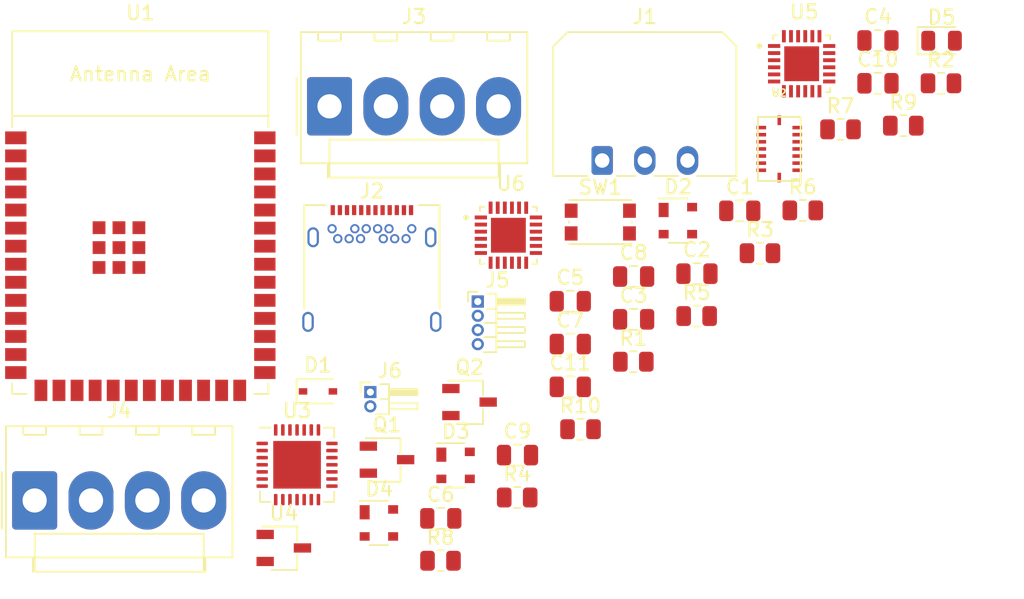
<source format=kicad_pcb>
(kicad_pcb (version 20211014) (generator pcbnew)
  (layers (0 "F.Cu" signal) (31 "B.Cu" signal) (34 "B.Paste" user) (35 "F.Paste" user) (36 "B.SilkS" user "B.Silkscreen") (37 "F.SilkS" user "F.Silkscreen") (38 "B.Mask" user) (39 "F.Mask" user) (44 "Edge.Cuts" user))
  (net 0 "")
  (net 1 "+12V")
  (net 2 "GND")
  (net 3 "/EN")
  (net 4 "+3V3")
  (net 5 "Net-(C6-Pad1)")
  (net 6 "Net-(C11-Pad1)")
  (net 7 "Net-(D1-Pad2)")
  (net 8 "/VBUS")
  (net 9 "Net-(D3-Pad2)")
  (net 10 "Net-(D4-Pad2)")
  (net 11 "Net-(D5-Pad2)")
  (net 17 "Net-(J2-PadS1)")
  (net 18 "/Motor1Out1")
  (net 19 "/Motor1Out2")
  (net 20 "/Motor1Out3")
  (net 21 "/Motor1Out4")
  (net 22 "/Motor2Out1")
  (net 23 "/Motor2Out2")
  (net 24 "/Motor2Out3")
  (net 25 "/Motor2Out4")
  (net 27 "/ESPTX")
  (net 28 "/ESPRX")
  (net 29 "Net-(Q1-Pad1)")
  (net 30 "/ESPIO0")
  (net 31 "/!DTR")
  (net 32 "Net-(Q2-Pad1)")
  (net 33 "/!RTS")
  (net 34 "Net-(R2-Pad2)")
  (net 35 "Net-(R7-Pad1)")
  (net 36 "Net-(R8-Pad1)")
  (net 37 "Net-(R9-Pad1)")
  (net 38 "Net-(R10-Pad1)")
  (net 39 "/ESPIO4")
  (net 43 "/Motor1M1")
  (net 44 "/Motor1M0")
  (net 45 "/Motor1Dir")
  (net 46 "/Motor1Step")
  (net 48 "/Motor2M1")
  (net 49 "/Motor2M0")
  (net 54 "/SPI_MISO")
  (net 55 "/SPI_MOSI")
  (net 56 "/SPI_CLK")
  (net 57 "/Motor2Dir")
  (net 58 "/Motor2Step")
  (net 59 "/ESPIO34")
  (net 61 "/ESPIO35")
  (net 71 "/ESPIO2")
  (footprint "Connector_Molex:Molex_KK-396_A-41791-0004_1x04_P3.96mm_Vertical" (layer "F.Cu") (at 126.11 84.09)
    (fp_text reference "J3" (at 5.94 -6.31) (layer "F.SilkS"))
    (fp_text value "0022232041")
    (pad "1" thru_hole roundrect (at 0 0) (size 3.16 4.1) (drill 1.7) (layers *.Cu *.Mask) (roundrect_rratio 0.079114) (net 18 "/Motor1Out1"))
    (pad "2" thru_hole oval (at 3.96 0) (size 3.16 4.1) (drill 1.7) (layers *.Cu *.Mask) (net 19 "/Motor1Out2"))
    (pad "3" thru_hole oval (at 7.92 0) (size 3.16 4.1) (drill 1.7) (layers *.Cu *.Mask) (net 20 "/Motor1Out3"))
    (pad "4" thru_hole oval (at 11.88 0) (size 3.16 4.1) (drill 1.7) (layers *.Cu *.Mask) (net 21 "/Motor1Out4"))
  )
  (footprint "Package_TO_SOT_SMD:TSOT-23" (layer "F.Cu") (at 130.15 108.94)
    (fp_text reference "Q1" (at 0 -2.45) (layer "F.SilkS"))
    (fp_text value "Q_NPN_BCE")
    (pad "1" smd rect (at -1.31 -0.95) (size 1.22 0.65) (layers "F.Cu" "F.Paste" "F.Mask") (net 29 "Net-(Q1-Pad1)"))
    (pad "2" smd rect (at -1.31 0.95) (size 1.22 0.65) (layers "F.Cu" "F.Paste" "F.Mask") (net 30 "/ESPIO0"))
    (pad "3" smd rect (at 1.31 0) (size 1.22 0.65) (layers "F.Cu" "F.Paste" "F.Mask") (net 31 "/!DTR"))
  )
  (footprint "Resistor_SMD:R_0805_2012Metric" (layer "F.Cu") (at 143.75 106.8)
    (fp_text reference "R10" (at 0 -1.65) (layer "F.SilkS"))
    (fp_text value "500m")
    (pad "1" smd roundrect (at -0.9125 0) (size 1.025 1.4) (layers "F.Cu" "F.Paste" "F.Mask") (roundrect_rratio 0.243902) (net 38 "Net-(R10-Pad1)"))
    (pad "2" smd roundrect (at 0.9125 0) (size 1.025 1.4) (layers "F.Cu" "F.Paste" "F.Mask") (roundrect_rratio 0.243902) (net 2 "GND"))
  )
  (footprint "Package_TO_SOT_SMD:SOT-143" (layer "F.Cu") (at 134.97 109.34)
    (fp_text reference "D3" (at 0.02 -2.38) (layer "F.SilkS"))
    (fp_text value "DIODE")
    (pad "1" smd rect (at -1 -0.75) (size 0.7 1) (layers "F.Cu" "F.Paste" "F.Mask") (net 2 "GND"))
    (pad "2" smd rect (at -1 0.95) (size 0.7 0.6) (layers "F.Cu" "F.Paste" "F.Mask") (net 9 "Net-(D3-Pad2)"))
    (pad "3" smd rect (at 1 0.95) (size 0.7 0.6) (layers "F.Cu" "F.Paste" "F.Mask"))
    (pad "4" smd rect (at 1 -0.95) (size 0.7 0.6) (layers "F.Cu" "F.Paste" "F.Mask"))
  )
  (footprint "Resistor_SMD:R_0805_2012Metric" (layer "F.Cu") (at 162.02 85.71)
    (fp_text reference "R7" (at 0 -1.65) (layer "F.SilkS"))
    (fp_text value "500m")
    (pad "1" smd roundrect (at -0.9125 0) (size 1.025 1.4) (layers "F.Cu" "F.Paste" "F.Mask") (roundrect_rratio 0.243902) (net 35 "Net-(R7-Pad1)"))
    (pad "2" smd roundrect (at 0.9125 0) (size 1.025 1.4) (layers "F.Cu" "F.Paste" "F.Mask") (roundrect_rratio 0.243902) (net 2 "GND"))
  )
  (footprint "LED_SMD:LED_0805_2012Metric" (layer "F.Cu") (at 169.12 79.475)
    (fp_text reference "D5" (at 0 -1.65) (layer "F.SilkS"))
    (fp_text value "LED")
    (pad "1" smd roundrect (at -0.9375 0) (size 0.975 1.4) (layers "F.Cu" "F.Paste" "F.Mask") (net 2 "GND"))
    (pad "2" smd roundrect (at 0.9375 0) (size 0.975 1.4) (layers "F.Cu" "F.Paste" "F.Mask") (net 11 "Net-(D5-Pad2)"))
  )
  (footprint "Capacitor_SMD:C_0805_2012Metric" (layer "F.Cu") (at 133.93 113.07)
    (fp_text reference "C6" (at 0 -1.68) (layer "F.SilkS"))
    (fp_text value "22uF")
    (pad "1" smd roundrect (at -0.95 0) (size 1 1.45) (layers "F.Cu" "F.Paste" "F.Mask") (net 5 "Net-(C6-Pad1)"))
    (pad "2" smd roundrect (at 0.95 0) (size 1 1.45) (layers "F.Cu" "F.Paste" "F.Mask") (net 2 "GND"))
  )
  (footprint "Capacitor_SMD:C_0805_2012Metric" (layer "F.Cu") (at 164.65 82.47)
    (fp_text reference "C10" (at 0 -1.68) (layer "F.SilkS"))
    (fp_text value "100nF")
    (pad "1" smd roundrect (at -0.95 0) (size 1 1.45) (layers "F.Cu" "F.Paste" "F.Mask") (net 4 "+3V3"))
    (pad "2" smd roundrect (at 0.95 0) (size 1 1.45) (layers "F.Cu" "F.Paste" "F.Mask") (net 2 "GND"))
  )
  (footprint "Button_Switch_SMD:SW_Push_1P1T_NO_CK_KMR2" (layer "F.Cu") (at 145.14 92.23)
    (fp_text reference "SW1" (at 0 -2.45) (layer "F.SilkS"))
    (fp_text value "SW_Push")
    (pad "1" smd rect (at -2.05 -0.8) (size 0.9 1) (layers "F.Cu" "F.Paste" "F.Mask") (net 3 "/EN"))
    (pad "1" smd rect (at 2.05 -0.8) (size 0.9 1) (layers "F.Cu" "F.Paste" "F.Mask") (net 3 "/EN"))
    (pad "2" smd rect (at 2.05 0.8) (size 0.9 1) (layers "F.Cu" "F.Paste" "F.Mask") (net 2 "GND"))
    (pad "2" smd rect (at -2.05 0.8) (size 0.9 1) (layers "F.Cu" "F.Paste" "F.Mask") (net 2 "GND"))
  )
  (footprint "Connector_Molex:Molex_KK-396_A-41791-0004_1x04_P3.96mm_Vertical" (layer "F.Cu") (at 105.39 111.81)
    (fp_text reference "J4" (at 5.94 -6.31) (layer "F.SilkS"))
    (fp_text value "0022232041")
    (pad "1" thru_hole roundrect (at 0 0) (size 3.16 4.1) (drill 1.7) (layers *.Cu *.Mask) (roundrect_rratio 0.079114) (net 22 "/Motor2Out1"))
    (pad "2" thru_hole oval (at 3.96 0) (size 3.16 4.1) (drill 1.7) (layers *.Cu *.Mask) (net 23 "/Motor2Out2"))
    (pad "3" thru_hole oval (at 7.92 0) (size 3.16 4.1) (drill 1.7) (layers *.Cu *.Mask) (net 24 "/Motor2Out3"))
    (pad "4" thru_hole oval (at 11.88 0) (size 3.16 4.1) (drill 1.7) (layers *.Cu *.Mask) (net 25 "/Motor2Out4"))
  )
  (footprint "Capacitor_SMD:C_0805_2012Metric" (layer "F.Cu") (at 143.03 103.82)
    (fp_text reference "C11" (at 0 -1.68) (layer "F.SilkS"))
    (fp_text value "22uF")
    (pad "1" smd roundrect (at -0.95 0) (size 1 1.45) (layers "F.Cu" "F.Paste" "F.Mask") (net 6 "Net-(C11-Pad1)"))
    (pad "2" smd roundrect (at 0.95 0) (size 1 1.45) (layers "F.Cu" "F.Paste" "F.Mask") (net 2 "GND"))
  )
  (footprint "Connector_PinHeader_1.00mm:PinHeader_1x04_P1.00mm_Horizontal" (layer "F.Cu") (at 136.53 97.82)
    (fp_text reference "J5" (at 1.375 -1.5) (layer "F.SilkS"))
    (fp_text value "0022232041")
    (pad "1" thru_hole rect (at 0 0) (size 0.85 0.85) (drill 0.5) (layers *.Cu *.Mask) (net 2 "GND"))
    (pad "2" thru_hole oval (at 0 1) (size 0.85 0.85) (drill 0.5) (layers *.Cu *.Mask) (net 1 "+12V"))
    (pad "3" thru_hole oval (at 0 2) (size 0.85 0.85) (drill 0.5) (layers *.Cu *.Mask) (net 4 "+3V3"))
    (pad "4" thru_hole oval (at 0 3) (size 0.85 0.85) (drill 0.5) (layers *.Cu *.Mask))
  )
  (footprint "Package_TO_SOT_SMD:TSOT-23" (layer "F.Cu") (at 135.95 104.89)
    (fp_text reference "Q2" (at 0 -2.45) (layer "F.SilkS"))
    (fp_text value "Q_NPN_BCE")
    (pad "1" smd rect (at -1.31 -0.95) (size 1.22 0.65) (layers "F.Cu" "F.Paste" "F.Mask") (net 32 "Net-(Q2-Pad1)"))
    (pad "2" smd rect (at -1.31 0.95) (size 1.22 0.65) (layers "F.Cu" "F.Paste" "F.Mask") (net 3 "/EN"))
    (pad "3" smd rect (at 1.31 0) (size 1.22 0.65) (layers "F.Cu" "F.Paste" "F.Mask") (net 33 "/!RTS"))
  )
  (footprint "Capacitor_SMD:C_0805_2012Metric" (layer "F.Cu") (at 143.03 97.8)
    (fp_text reference "C5" (at 0 -1.68) (layer "F.SilkS"))
    (fp_text value "0.1uF")
    (pad "1" smd roundrect (at -0.95 0) (size 1 1.45) (layers "F.Cu" "F.Paste" "F.Mask") (net 1 "+12V"))
    (pad "2" smd roundrect (at 0.95 0) (size 1 1.45) (layers "F.Cu" "F.Paste" "F.Mask") (net 2 "GND"))
  )
  (footprint "Package_TO_SOT_SMD:SOT-143" (layer "F.Cu") (at 150.59 92.13)
    (fp_text reference "D2" (at 0.02 -2.38) (layer "F.SilkS"))
    (fp_text value "DIODE")
    (pad "1" smd rect (at -1 -0.75) (size 0.7 1) (layers "F.Cu" "F.Paste" "F.Mask") (net 2 "GND"))
    (pad "2" smd rect (at -1 0.95) (size 0.7 0.6) (layers "F.Cu" "F.Paste" "F.Mask") (net 8 "/VBUS"))
    (pad "3" smd rect (at 1 0.95) (size 0.7 0.6) (layers "F.Cu" "F.Paste" "F.Mask"))
    (pad "4" smd rect (at 1 -0.95) (size 0.7 0.6) (layers "F.Cu" "F.Paste" "F.Mask"))
  )
  (footprint "Capacitor_SMD:C_0805_2012Metric" (layer "F.Cu") (at 147.48 96.06)
    (fp_text reference "C8" (at 0 -1.68) (layer "F.SilkS"))
    (fp_text value "0.1uF")
    (pad "1" smd roundrect (at -0.95 0) (size 1 1.45) (layers "F.Cu" "F.Paste" "F.Mask") (net 1 "+12V"))
    (pad "2" smd roundrect (at 0.95 0) (size 1 1.45) (layers "F.Cu" "F.Paste" "F.Mask") (net 2 "GND"))
  )
  (footprint "Connector_Molex:Molex_Micro-Fit_3.0_43650-0300_1x03_P3.00mm_Horizontal" (layer "F.Cu") (at 145.27 87.9)
    (fp_text reference "J1" (at 3 -10.12) (layer "F.SilkS"))
    (fp_text value "Conn_01x03")
    (pad "" np_thru_hole circle (at 3 -4.32) (size 3 3) (drill 3) (layers *.Cu *.Mask))
    (pad "1" thru_hole roundrect (at 0 0) (size 1.5 2.02) (drill 1.02) (layers *.Cu *.Mask) (roundrect_rratio 0.166667) (net 2 "GND"))
    (pad "2" thru_hole oval (at 3 0) (size 1.5 2.02) (drill 1.02) (layers *.Cu *.Mask))
    (pad "3" thru_hole oval (at 6 0) (size 1.5 2.02) (drill 1.02) (layers *.Cu *.Mask) (net 7 "Net-(D1-Pad2)"))
  )
  (footprint "Resistor_SMD:R_0805_2012Metric" (layer "F.Cu") (at 166.43 85.45)
    (fp_text reference "R9" (at 0 -1.65) (layer "F.SilkS"))
    (fp_text value "500m")
    (pad "1" smd roundrect (at -0.9125 0) (size 1.025 1.4) (layers "F.Cu" "F.Paste" "F.Mask") (roundrect_rratio 0.243902) (net 37 "Net-(R9-Pad1)"))
    (pad "2" smd roundrect (at 0.9125 0) (size 1.025 1.4) (layers "F.Cu" "F.Paste" "F.Mask") (roundrect_rratio 0.243902) (net 2 "GND"))
  )
  (footprint "Package_DFN_QFN:QFN-28-1EP_5x5mm_P0.5mm_EP3.35x3.35mm" (layer "F.Cu") (at 123.83 109.3)
    (fp_text reference "U3" (at 0 -3.8) (layer "F.SilkS"))
    (fp_text value "CP2102N-Axx-xQFN28")
    (pad "1" smd roundrect (at -2.45 -1.5) (size 0.8 0.25) (layers "F.Cu" "F.Paste" "F.Mask"))
    (pad "2" smd roundrect (at -2.45 -1) (size 0.8 0.25) (layers "F.Cu" "F.Paste" "F.Mask"))
    (pad "3" smd roundrect (at -2.45 -0.5) (size 0.8 0.25) (layers "F.Cu" "F.Paste" "F.Mask") (net 2 "GND"))
    (pad "4" smd roundrect (at -2.45 0) (size 0.8 0.25) (layers "F.Cu" "F.Paste" "F.Mask") (net 10 "Net-(D4-Pad2)"))
    (pad "5" smd roundrect (at -2.45 0.5) (size 0.8 0.25) (layers "F.Cu" "F.Paste" "F.Mask") (net 9 "Net-(D3-Pad2)"))
    (pad "6" smd roundrect (at -2.45 1) (size 0.8 0.25) (layers "F.Cu" "F.Paste" "F.Mask") (net 4 "+3V3"))
    (pad "7" smd roundrect (at -2.45 1.5) (size 0.8 0.25) (layers "F.Cu" "F.Paste" "F.Mask") (net 8 "/VBUS"))
    (pad "8" smd roundrect (at -1.5 2.45) (size 0.25 0.8) (layers "F.Cu" "F.Paste" "F.Mask") (net 34 "Net-(R2-Pad2)"))
    (pad "9" smd roundrect (at -1 2.45) (size 0.25 0.8) (layers "F.Cu" "F.Paste" "F.Mask") (net 8 "/VBUS"))
    (pad "10" smd roundrect (at -0.5 2.45) (size 0.25 0.8) (layers "F.Cu" "F.Paste" "F.Mask"))
    (pad "11" smd roundrect (at 0 2.45) (size 0.25 0.8) (layers "F.Cu" "F.Paste" "F.Mask"))
    (pad "12" smd roundrect (at 0.5 2.45) (size 0.25 0.8) (layers "F.Cu" "F.Paste" "F.Mask"))
    (pad "13" smd roundrect (at 1 2.45) (size 0.25 0.8) (layers "F.Cu" "F.Paste" "F.Mask"))
    (pad "14" smd roundrect (at 1.5 2.45) (size 0.25 0.8) (layers "F.Cu" "F.Paste" "F.Mask"))
    (pad "15" smd roundrect (at 2.45 1.5) (size 0.8 0.25) (layers "F.Cu" "F.Paste" "F.Mask"))
    (pad "16" smd roundrect (at 2.45 1) (size 0.8 0.25) (layers "F.Cu" "F.Paste" "F.Mask"))
    (pad "17" smd roundrect (at 2.45 0.5) (size 0.8 0.25) (layers "F.Cu" "F.Paste" "F.Mask"))
    (pad "18" smd roundrect (at 2.45 0) (size 0.8 0.25) (layers "F.Cu" "F.Paste" "F.Mask"))
    (pad "19" smd roundrect (at 2.45 -0.5) (size 0.8 0.25) (layers "F.Cu" "F.Paste" "F.Mask"))
    (pad "20" smd roundrect (at 2.45 -1) (size 0.8 0.25) (layers "F.Cu" "F.Paste" "F.Mask"))
    (pad "21" smd roundrect (at 2.45 -1.5) (size 0.8 0.25) (layers "F.Cu" "F.Paste" "F.Mask"))
    (pad "22" smd roundrect (at 1.5 -2.45) (size 0.25 0.8) (layers "F.Cu" "F.Paste" "F.Mask"))
    (pad "23" smd roundrect (at 1 -2.45) (size 0.25 0.8) (layers "F.Cu" "F.Paste" "F.Mask"))
    (pad "24" smd roundrect (at 0.5 -2.45) (size 0.25 0.8) (layers "F.Cu" "F.Paste" "F.Mask") (net 33 "/!RTS"))
    (pad "25" smd roundrect (at 0 -2.45) (size 0.25 0.8) (layers "F.Cu" "F.Paste" "F.Mask") (net 27 "/ESPTX"))
    (pad "26" smd roundrect (at -0.5 -2.45) (size 0.25 0.8) (layers "F.Cu" "F.Paste" "F.Mask") (net 28 "/ESPRX"))
    (pad "27" smd roundrect (at -1 -2.45) (size 0.25 0.8) (layers "F.Cu" "F.Paste" "F.Mask"))
    (pad "28" smd roundrect (at -1.5 -2.45) (size 0.25 0.8) (layers "F.Cu" "F.Paste" "F.Mask") (net 31 "/!DTR"))
    (pad "29" smd rect (at 0 0) (size 3.35 3.35) (layers "F.Cu" "F.Mask") (net 2 "GND"))
  )
  (footprint "Resistor_SMD:R_0805_2012Metric" (layer "F.Cu") (at 151.91 98.84)
    (fp_text reference "R5" (at 0 -1.65) (layer "F.SilkS"))
    (fp_text value "10k")
    (pad "1" smd roundrect (at -0.9125 0) (size 1.025 1.4) (layers "F.Cu" "F.Paste" "F.Mask") (roundrect_rratio 0.243902) (net 33 "/!RTS"))
    (pad "2" smd roundrect (at 0.9125 0) (size 1.025 1.4) (layers "F.Cu" "F.Paste" "F.Mask") (roundrect_rratio 0.243902) (net 29 "Net-(Q1-Pad1)"))
  )
  (footprint "ESP32:ESP32-S2-SOLO" (layer "F.Cu") (at 112.815 94.565)
    (fp_text reference "U1" (at 0 -17.05) (layer "F.SilkS"))
    (fp_text value "ESP32-S2-SOLO")
    (fp_text user "Antenna Area" (at 0 -12.75) (layer "F.SilkS"))
    (pad "1" smd rect (at -8.75 -8.26) (size 1.5 0.9) (layers "F.Cu" "F.Paste" "F.Mask") (net 2 "GND"))
    (pad "2" smd rect (at -8.75 -6.99) (size 1.5 0.9) (layers "F.Cu" "F.Paste" "F.Mask") (net 4 "+3V3"))
    (pad "3" smd rect (at -8.75 -5.72) (size 1.5 0.9) (layers "F.Cu" "F.Paste" "F.Mask") (net 3 "/EN"))
    (pad "4" smd rect (at -8.75 -4.45) (size 1.5 0.9) (layers "F.Cu" "F.Paste" "F.Mask") (net 39 "/ESPIO4"))
    (pad "5" smd rect (at -8.75 -3.18) (size 1.5 0.9) (layers "F.Cu" "F.Paste" "F.Mask"))
    (pad "6" smd rect (at -8.75 -1.91) (size 1.5 0.9) (layers "F.Cu" "F.Paste" "F.Mask"))
    (pad "7" smd rect (at -8.75 -0.64) (size 1.5 0.9) (layers "F.Cu" "F.Paste" "F.Mask"))
    (pad "8" smd rect (at -8.75 0.63) (size 1.5 0.9) (layers "F.Cu" "F.Paste" "F.Mask") (net 43 "/Motor1M1"))
    (pad "9" smd rect (at -8.75 1.9) (size 1.5 0.9) (layers "F.Cu" "F.Paste" "F.Mask") (net 44 "/Motor1M0"))
    (pad "10" smd rect (at -8.75 3.17) (size 1.5 0.9) (layers "F.Cu" "F.Paste" "F.Mask") (net 45 "/Motor1Dir"))
    (pad "11" smd rect (at -8.75 4.44) (size 1.5 0.9) (layers "F.Cu" "F.Paste" "F.Mask") (net 46 "/Motor1Step"))
    (pad "12" smd rect (at -8.75 5.71) (size 1.5 0.9) (layers "F.Cu" "F.Paste" "F.Mask"))
    (pad "13" smd rect (at -8.75 6.98) (size 1.5 0.9) (layers "F.Cu" "F.Paste" "F.Mask") (net 48 "/Motor2M1"))
    (pad "14" smd rect (at -8.75 8.25) (size 1.5 0.9) (layers "F.Cu" "F.Paste" "F.Mask") (net 49 "/Motor2M0"))
    (pad "15" smd rect (at -6.985 9.5 90) (size 1.5 0.9) (layers "F.Cu" "F.Paste" "F.Mask") (net 28 "/ESPRX"))
    (pad "16" smd rect (at -5.715 9.5 90) (size 1.5 0.9) (layers "F.Cu" "F.Paste" "F.Mask"))
    (pad "17" smd rect (at -4.445 9.5 90) (size 1.5 0.9) (layers "F.Cu" "F.Paste" "F.Mask"))
    (pad "18" smd rect (at -3.175 9.5 90) (size 1.5 0.9) (layers "F.Cu" "F.Paste" "F.Mask"))
    (pad "19" smd rect (at -1.905 9.5 90) (size 1.5 0.9) (layers "F.Cu" "F.Paste" "F.Mask"))
    (pad "20" smd rect (at -0.635 9.5 90) (size 1.5 0.9) (layers "F.Cu" "F.Paste" "F.Mask") (net 54 "/SPI_MISO"))
    (pad "21" smd rect (at 0.635 9.5 90) (size 1.5 0.9) (layers "F.Cu" "F.Paste" "F.Mask") (net 55 "/SPI_MOSI"))
    (pad "22" smd rect (at 1.905 9.5 90) (size 1.5 0.9) (layers "F.Cu" "F.Paste" "F.Mask") (net 56 "/SPI_CLK"))
    (pad "23" smd rect (at 3.175 9.5 90) (size 1.5 0.9) (layers "F.Cu" "F.Paste" "F.Mask") (net 57 "/Motor2Dir"))
    (pad "24" smd rect (at 4.445 9.5 90) (size 1.5 0.9) (layers "F.Cu" "F.Paste" "F.Mask") (net 58 "/Motor2Step"))
    (pad "25" smd rect (at 5.715 9.5 90) (size 1.5 0.9) (layers "F.Cu" "F.Paste" "F.Mask") (net 59 "/ESPIO34"))
    (pad "26" smd rect (at 6.985 9.5 90) (size 1.5 0.9) (layers "F.Cu" "F.Paste" "F.Mask"))
    (pad "27" smd rect (at 8.75 8.25 180) (size 1.5 0.9) (layers "F.Cu" "F.Paste" "F.Mask") (net 30 "/ESPIO0"))
    (pad "28" smd rect (at 8.75 6.98 180) (size 1.5 0.9) (layers "F.Cu" "F.Paste" "F.Mask") (net 61 "/ESPIO35"))
    (pad "29" smd rect (at 8.75 5.71 180) (size 1.5 0.9) (layers "F.Cu" "F.Paste" "F.Mask"))
    (pad "30" smd rect (at 8.75 4.44 180) (size 1.5 0.9) (layers "F.Cu" "F.Paste" "F.Mask"))
    (pad "31" smd rect (at 8.75 3.17 180) (size 1.5 0.9) (layers "F.Cu" "F.Paste" "F.Mask"))
    (pad "32" smd rect (at 8.75 1.9 180) (size 1.5 0.9) (layers "F.Cu" "F.Paste" "F.Mask"))
    (pad "33" smd rect (at 8.75 0.63 180) (size 1.5 0.9) (layers "F.Cu" "F.Paste" "F.Mask"))
    (pad "34" smd rect (at 8.75 -0.64 180) (size 1.5 0.9) (layers "F.Cu" "F.Paste" "F.Mask"))
    (pad "35" smd rect (at 8.75 -1.91 180) (size 1.5 0.9) (layers "F.Cu" "F.Paste" "F.Mask"))
    (pad "36" smd rect (at 8.75 -3.18 180) (size 1.5 0.9) (layers "F.Cu" "F.Paste" "F.Mask"))
    (pad "37" smd rect (at 8.75 -4.45 180) (size 1.5 0.9) (layers "F.Cu" "F.Paste" "F.Mask"))
    (pad "38" smd rect (at 8.75 -5.72 180) (size 1.5 0.9) (layers "F.Cu" "F.Paste" "F.Mask") (net 71 "/ESPIO2"))
    (pad "39" smd rect (at 8.75 -6.99 180) (size 1.5 0.9) (layers "F.Cu" "F.Paste" "F.Mask") (net 27 "/ESPTX"))
    (pad "40" smd rect (at 8.75 -8.26 180) (size 1.5 0.9) (layers "F.Cu" "F.Paste" "F.Mask") (net 2 "GND"))
    (pad "41" smd rect (at -2.9 -0.54 180) (size 0.9 0.9) (layers "F.Cu" "F.Paste" "F.Mask") (net 2 "GND"))
    (pad "41" smd rect (at -0.1 -0.54 180) (size 0.9 0.9) (layers "F.Cu" "F.Paste" "F.Mask") (net 2 "GND"))
    (pad "41" smd rect (at -0.1 -1.94 180) (size 0.9 0.9) (layers "F.Cu" "F.Paste" "F.Mask") (net 2 "GND"))
    (pad "41" smd rect (at -1.5 -1.94 180) (size 0.9 0.9) (layers "F.Cu" "F.Paste" "F.Mask") (net 2 "GND"))
    (pad "41" smd rect (at -2.9 -1.94 180) (size 0.9 0.9) (layers "F.Cu" "F.Paste" "F.Mask") (net 2 "GND"))
    (pad "41" smd rect (at -2.9 0.86 180) (size 0.9 0.9) (layers "F.Cu" "F.Paste" "F.Mask") (net 2 "GND"))
    (pad "41" smd rect (at -0.1 0.86 180) (size 0.9 0.9) (layers "F.Cu" "F.Paste" "F.Mask") (net 2 "GND"))
    (pad "41" smd rect (at -1.5 0.86 180) (size 0.9 0.9) (layers "F.Cu" "F.Paste" "F.Mask") (net 2 "GND"))
    (pad "41" smd rect (at -1.5 -0.54 180) (size 0.9 0.9) (layers "F.Cu" "F.Paste" "F.Mask") (net 2 "GND"))
  )
  (footprint "Capacitor_SMD:C_0805_2012Metric" (layer "F.Cu") (at 154.94 91.44)
    (fp_text reference "C1" (at 0 -1.68) (layer "F.SilkS"))
    (fp_text value "22uF")
    (pad "1" smd roundrect (at -0.95 0) (size 1 1.45) (layers "F.Cu" "F.Paste" "F.Mask") (net 1 "+12V"))
    (pad "2" smd roundrect (at 0.95 0) (size 1 1.45) (layers "F.Cu" "F.Paste" "F.Mask") (net 2 "GND"))
  )
  (footprint "Resistor_SMD:R_0805_2012Metric" (layer "F.Cu") (at 169.08 82.47)
    (fp_text reference "R2" (at 0 -1.65) (layer "F.SilkS"))
    (fp_text value "22.1k")
    (pad "1" smd roundrect (at -0.9125 0) (size 1.025 1.4) (layers "F.Cu" "F.Paste" "F.Mask") (roundrect_rratio 0.243902) (net 8 "/VBUS"))
    (pad "2" smd roundrect (at 0.9125 0) (size 1.025 1.4) (layers "F.Cu" "F.Paste" "F.Mask") (roundrect_rratio 0.243902) (net 34 "Net-(R2-Pad2)"))
  )
  (footprint "Resistor_SMD:R_0805_2012Metric" (layer "F.Cu") (at 159.37 91.41)
    (fp_text reference "R6" (at 0 -1.65) (layer "F.SilkS"))
    (fp_text value "10k")
    (pad "1" smd roundrect (at -0.9125 0) (size 1.025 1.4) (layers "F.Cu" "F.Paste" "F.Mask") (roundrect_rratio 0.243902) (net 31 "/!DTR"))
    (pad "2" smd roundrect (at 0.9125 0) (size 1.025 1.4) (layers "F.Cu" "F.Paste" "F.Mask") (roundrect_rratio 0.243902) (net 32 "Net-(Q2-Pad1)"))
  )
  (footprint "Resistor_SMD:R_0805_2012Metric" (layer "F.Cu") (at 133.91 116.05)
    (fp_text reference "R8" (at 0 -1.65) (layer "F.SilkS"))
    (fp_text value "500m")
    (pad "1" smd roundrect (at -0.9125 0) (size 1.025 1.4) (layers "F.Cu" "F.Paste" "F.Mask") (roundrect_rratio 0.243902) (net 36 "Net-(R8-Pad1)"))
    (pad "2" smd roundrect (at 0.9125 0) (size 1.025 1.4) (layers "F.Cu" "F.Paste" "F.Mask") (roundrect_rratio 0.243902) (net 2 "GND"))
  )
  (footprint "Capacitor_SMD:C_0805_2012Metric" (layer "F.Cu") (at 143.03 100.81)
    (fp_text reference "C7" (at 0 -1.68) (layer "F.SilkS"))
    (fp_text value "10uF")
    (pad "1" smd roundrect (at -0.95 0) (size 1 1.45) (layers "F.Cu" "F.Paste" "F.Mask") (net 1 "+12V"))
    (pad "2" smd roundrect (at 0.95 0) (size 1 1.45) (layers "F.Cu" "F.Paste" "F.Mask") (net 2 "GND"))
  )
  (footprint "GIMBAL:BMI088" (layer "F.Cu") (at 157.715 87.085)
    (fp_text reference "U2" (at 0 -3.937 unlocked) (layer "F.SilkS") (effects (font (size 0.5 0.5) (thickness 0.1))))
    (fp_text value "BMI088")
    (pad "1" smd rect (at 1.2625 -1.5) (size 0.675 0.25) (layers "F.Cu" "F.Paste" "F.Mask"))
    (pad "2" smd rect (at 1.2625 -1 180) (size 0.675 0.25) (layers "F.Cu" "F.Paste" "F.Mask") (net 2 "GND"))
    (pad "3" smd rect (at 1.2625 -0.5 180) (size 0.675 0.25) (layers "F.Cu" "F.Paste" "F.Mask") (net 4 "+3V3"))
    (pad "4" smd rect (at 1.2625 0 180) (size 0.675 0.25) (layers "F.Cu" "F.Paste" "F.Mask") (net 2 "GND"))
    (pad "5" smd rect (at 1.2625 0.5 180) (size 0.675 0.25) (layers "F.Cu" "F.Paste" "F.Mask") (net 39 "/ESPIO4"))
    (pad "6" smd rect (at 1.2625 1 180) (size 0.675 0.25) (layers "F.Cu" "F.Paste" "F.Mask") (net 2 "GND"))
    (pad "7" smd rect (at 1.2625 1.5 180) (size 0.675 0.25) (layers "F.Cu" "F.Paste" "F.Mask") (net 2 "GND"))
    (pad "8" smd rect (at 0 2.0125 90) (size 0.675 0.25) (layers "F.Cu" "F.Paste" "F.Mask") (net 56 "/SPI_CLK"))
    (pad "9" smd rect (at -1.2625 1.5) (size 0.675 0.25) (layers "F.Cu" "F.Paste" "F.Mask") (net 55 "/SPI_MOSI"))
    (pad "10" smd rect (at -1.2625 1) (size 0.675 0.25) (layers "F.Cu" "F.Paste" "F.Mask") (net 54 "/SPI_MISO"))
    (pad "11" smd rect (at -1.2625 0.5) (size 0.675 0.25) (layers "F.Cu" "F.Paste" "F.Mask") (net 4 "+3V3"))
    (pad "12" smd rect (at -1.2625 0) (size 0.675 0.25) (layers "F.Cu" "F.Paste" "F.Mask") (net 61 "/ESPIO35"))
    (pad "13" smd rect (at -1.2625 -0.5) (size 0.675 0.25) (layers "F.Cu" "F.Paste" "F.Mask"))
    (pad "14" smd rect (at -1.2625 -1) (size 0.675 0.25) (layers "F.Cu" "F.Paste" "F.Mask") (net 71 "/ESPIO2"))
    (pad "15" smd rect (at -1.2625 -1.5) (size 0.675 0.25) (layers "F.Cu" "F.Paste" "F.Mask") (net 54 "/SPI_MISO"))
    (pad "16" smd rect (at 0 -2.0125 90) (size 0.675 0.25) (layers "F.Cu" "F.Paste" "F.Mask") (net 59 "/ESPIO34"))
  )
  (footprint "DRV8846RGET:QFN50P400X400X100-25N" (layer "F.Cu") (at 159.29 81.095)
    (fp_text reference "U5" (at 0.175 -3.635) (layer "F.SilkS"))
    (fp_text value "DRV8846RGET")
    (pad "1" smd roundrect (at -1.935 -1.25) (size 0.86 0.27) (layers "F.Cu" "F.Paste" "F.Mask") (roundrect_rratio 0.03) (net 18 "/Motor1Out1"))
    (pad "2" smd roundrect (at -1.935 -0.75) (size 0.86 0.27) (layers "F.Cu" "F.Paste" "F.Mask") (roundrect_rratio 0.03) (net 35 "Net-(R7-Pad1)"))
    (pad "3" smd roundrect (at -1.935 -0.25) (size 0.86 0.27) (layers "F.Cu" "F.Paste" "F.Mask") (roundrect_rratio 0.03) (net 19 "/Motor1Out2"))
    (pad "4" smd roundrect (at -1.935 0.25) (size 0.86 0.27) (layers "F.Cu" "F.Paste" "F.Mask") (roundrect_rratio 0.03) (net 21 "/Motor1Out4"))
    (pad "5" smd roundrect (at -1.935 0.75) (size 0.86 0.27) (layers "F.Cu" "F.Paste" "F.Mask") (roundrect_rratio 0.03) (net 36 "Net-(R8-Pad1)"))
    (pad "6" smd roundrect (at -1.935 1.25) (size 0.86 0.27) (layers "F.Cu" "F.Paste" "F.Mask") (roundrect_rratio 0.03) (net 20 "/Motor1Out3"))
    (pad "7" smd roundrect (at -1.25 1.935 90) (size 0.86 0.27) (layers "F.Cu" "F.Paste" "F.Mask") (roundrect_rratio 0.03))
    (pad "8" smd roundrect (at -0.75 1.935 90) (size 0.86 0.27) (layers "F.Cu" "F.Paste" "F.Mask") (roundrect_rratio 0.03) (net 44 "/Motor1M0"))
    (pad "9" smd roundrect (at -0.25 1.935 90) (size 0.86 0.27) (layers "F.Cu" "F.Paste" "F.Mask") (roundrect_rratio 0.03) (net 43 "/Motor1M1"))
    (pad "10" smd roundrect (at 0.25 1.935 90) (size 0.86 0.27) (layers "F.Cu" "F.Paste" "F.Mask") (roundrect_rratio 0.03))
    (pad "11" smd roundrect (at 0.75 1.935 90) (size 0.86 0.27) (layers "F.Cu" "F.Paste" "F.Mask") (roundrect_rratio 0.03) (net 2 "GND"))
    (pad "12" smd roundrect (at 1.25 1.935 90) (size 0.86 0.27) (layers "F.Cu" "F.Paste" "F.Mask") (roundrect_rratio 0.03) (net 46 "/Motor1Step"))
    (pad "13" smd roundrect (at 1.935 1.25) (size 0.86 0.27) (layers "F.Cu" "F.Paste" "F.Mask") (roundrect_rratio 0.03) (net 45 "/Motor1Dir"))
    (pad "14" smd roundrect (at 1.935 0.75) (size 0.86 0.27) (layers "F.Cu" "F.Paste" "F.Mask") (roundrect_rratio 0.03) (net 5 "Net-(C6-Pad1)"))
    (pad "15" smd roundrect (at 1.935 0.25) (size 0.86 0.27) (layers "F.Cu" "F.Paste" "F.Mask") (roundrect_rratio 0.03) (net 1 "+12V"))
    (pad "16" smd roundrect (at 1.935 -0.25) (size 0.86 0.27) (layers "F.Cu" "F.Paste" "F.Mask") (roundrect_rratio 0.03))
    (pad "17" smd roundrect (at 1.935 -0.75) (size 0.86 0.27) (layers "F.Cu" "F.Paste" "F.Mask") (roundrect_rratio 0.03) (net 5 "Net-(C6-Pad1)"))
    (pad "18" smd roundrect (at 1.935 -1.25) (size 0.86 0.27) (layers "F.Cu" "F.Paste" "F.Mask") (roundrect_rratio 0.03) (net 2 "GND"))
    (pad "19" smd roundrect (at 1.25 -1.935 90) (size 0.86 0.27) (layers "F.Cu" "F.Paste" "F.Mask") (roundrect_rratio 0.03))
    (pad "20" smd roundrect (at 0.75 -1.935 90) (size 0.86 0.27) (layers "F.Cu" "F.Paste" "F.Mask") (roundrect_rratio 0.03))
    (pad "21" smd roundrect (at 0.25 -1.935 90) (size 0.86 0.27) (layers "F.Cu" "F.Paste" "F.Mask") (roundrect_rratio 0.03))
    (pad "22" smd roundrect (at -0.25 -1.935 90) (size 0.86 0.27) (layers "F.Cu" "F.Paste" "F.Mask") (roundrect_rratio 0.03))
    (pad "23" smd roundrect (at -0.75 -1.935 90) (size 0.86 0.27) (layers "F.Cu" "F.Paste" "F.Mask") (roundrect_rratio 0.03))
    (pad "24" smd roundrect (at -1.25 -1.935 90) (size 0.86 0.27) (layers "F.Cu" "F.Paste" "F.Mask") (roundrect_rratio 0.03))
    (pad "25" smd rect (at 0 0) (size 2.45 2.45) (layers "F.Cu" "F.Mask"))
  )
  (footprint "Capacitor_SMD:C_0805_2012Metric" (layer "F.Cu") (at 164.65 79.46)
    (fp_text reference "C4" (at 0 -1.68) (layer "F.SilkS"))
    (fp_text value "10uF")
    (pad "1" smd roundrect (at -0.95 0) (size 1 1.45) (layers "F.Cu" "F.Paste" "F.Mask") (net 1 "+12V"))
    (pad "2" smd roundrect (at 0.95 0) (size 1 1.45) (layers "F.Cu" "F.Paste" "F.Mask") (net 2 "GND"))
  )
  (footprint "Diode_SMD:D_SOD-323" (layer "F.Cu") (at 125.3 104.14)
    (fp_text reference "D1" (at 0 -1.85) (layer "F.SilkS"))
    (fp_text value "D_Schottky")
    (pad "1" smd rect (at -1.05 0) (size 0.6 0.45) (layers "F.Cu" "F.Paste" "F.Mask") (net 1 "+12V"))
    (pad "2" smd rect (at 1.05 0) (size 0.6 0.45) (layers "F.Cu" "F.Paste" "F.Mask") (net 7 "Net-(D1-Pad2)"))
  )
  (footprint "Capacitor_SMD:C_0805_2012Metric" (layer "F.Cu") (at 151.93 95.86)
    (fp_text reference "C2" (at 0 -1.68) (layer "F.SilkS"))
    (fp_text value "0.1uF")
    (pad "1" smd roundrect (at -0.95 0) (size 1 1.45) (layers "F.Cu" "F.Paste" "F.Mask") (net 2 "GND"))
    (pad "2" smd roundrect (at 0.95 0) (size 1 1.45) (layers "F.Cu" "F.Paste" "F.Mask") (net 3 "/EN"))
  )
  (footprint "Connector_USB:USB_C_Receptacle_Amphenol_12401548E4-2A" (layer "F.Cu") (at 129.09 96.41)
    (fp_text reference "J2" (at 0 -6.36) (layer "F.SilkS"))
    (fp_text value "USB_C_Receptacle_USB2.0")
    (pad "" np_thru_hole circle (at -3.6 -4.36) (size 0.65 0.65) (drill 0.65) (layers *.Cu *.Mask))
    (pad "" np_thru_hole oval (at 3.6 -4.36) (size 0.95 0.65) (drill oval 0.95 0.65) (layers *.Cu *.Mask))
    (pad "A1" smd rect (at -2.75 -5.02) (size 0.3 0.7) (layers "F.Cu" "F.Paste" "F.Mask") (net 2 "GND"))
    (pad "A2" smd rect (at -2.25 -5.02) (size 0.3 0.7) (layers "F.Cu" "F.Paste" "F.Mask"))
    (pad "A3" smd rect (at -1.75 -5.02) (size 0.3 0.7) (layers "F.Cu" "F.Paste" "F.Mask"))
    (pad "A4" smd rect (at -1.25 -5.02) (size 0.3 0.7) (layers "F.Cu" "F.Paste" "F.Mask") (net 8 "/VBUS"))
    (pad "A5" smd rect (at -0.75 -5.02) (size 0.3 0.7) (layers "F.Cu" "F.Paste" "F.Mask"))
    (pad "A6" smd rect (at -0.25 -5.02) (size 0.3 0.7) (layers "F.Cu" "F.Paste" "F.Mask") (net 10 "Net-(D4-Pad2)"))
    (pad "A7" smd rect (at 0.25 -5.02) (size 0.3 0.7) (layers "F.Cu" "F.Paste" "F.Mask") (net 9 "Net-(D3-Pad2)"))
    (pad "A8" smd rect (at 0.75 -5.02) (size 0.3 0.7) (layers "F.Cu" "F.Paste" "F.Mask"))
    (pad "A9" smd rect (at 1.25 -5.02) (size 0.3 0.7) (layers "F.Cu" "F.Paste" "F.Mask") (net 8 "/VBUS"))
    (pad "A10" smd rect (at 1.75 -5.02) (size 0.3 0.7) (layers "F.Cu" "F.Paste" "F.Mask"))
    (pad "A11" smd rect (at 2.25 -5.02) (size 0.3 0.7) (layers "F.Cu" "F.Paste" "F.Mask"))
    (pad "A12" smd rect (at 2.75 -5.02) (size 0.3 0.7) (layers "F.Cu" "F.Paste" "F.Mask") (net 2 "GND"))
    (pad "B1" thru_hole circle (at 2.8 -3.71) (size 0.65 0.65) (drill 0.4) (layers *.Cu *.Mask) (net 2 "GND"))
    (pad "B2" thru_hole circle (at 2.4 -3.01) (size 0.65 0.65) (drill 0.4) (layers *.Cu *.Mask))
    (pad "B3" thru_hole circle (at 1.6 -3.01) (size 0.65 0.65) (drill 0.4) (layers *.Cu *.Mask))
    (pad "B4" thru_hole circle (at 1.2 -3.71) (size 0.65 0.65) (drill 0.4) (layers *.Cu *.Mask) (net 8 "/VBUS"))
    (pad "B5" thru_hole circle (at 0.8 -3.01) (size 0.65 0.65) (drill 0.4) (layers *.Cu *.Mask))
    (pad "B6" thru_hole circle (at 0.4 -3.71) (size 0.65 0.65) (drill 0.4) (layers *.Cu *.Mask) (net 10 "Net-(D4-Pad2)"))
    (pad "B7" thru_hole circle (at -0.4 -3.71) (size 0.65 0.65) (drill 0.4) (layers *.Cu *.Mask) (net 9 "Net-(D3-Pad2)"))
    (pad "B8" thru_hole circle (at -0.8 -3.01) (size 0.65 0.65) (drill 0.4) (layers *.Cu *.Mask))
    (pad "B9" thru_hole circle (at -1.2 -3.71) (size 0.65 0.65) (drill 0.4) (layers *.Cu *.Mask) (net 8 "/VBUS"))
    (pad "B10" thru_hole circle (at -1.6 -3.01) (size 0.65 0.65) (drill 0.4) (layers *.Cu *.Mask))
    (pad "B11" thru_hole circle (at -2.4 -3.01) (size 0.65 0.65) (drill 0.4) (layers *.Cu *.Mask))
    (pad "B12" thru_hole circle (at -2.8 -3.71) (size 0.65 0.65) (drill 0.4) (layers *.Cu *.Mask) (net 2 "GND"))
    (pad "S1" thru_hole oval (at -4.13 -3.11) (size 0.8 1.4) (drill oval 0.5 1.1) (layers *.Cu *.Mask) (net 17 "Net-(J2-PadS1)"))
    (pad "S1" thru_hole oval (at -4.49 2.84) (size 0.8 1.4) (drill oval 0.5 1.1) (layers *.Cu *.Mask) (net 17 "Net-(J2-PadS1)"))
    (pad "S1" thru_hole oval (at 4.13 -3.11) (size 0.8 1.4) (drill oval 0.5 1.1) (layers *.Cu *.Mask) (net 17 "Net-(J2-PadS1)"))
    (pad "S1" thru_hole oval (at 4.49 2.84) (size 0.8 1.4) (drill oval 0.5 1.1) (layers *.Cu *.Mask) (net 17 "Net-(J2-PadS1)"))
  )
  (footprint "Capacitor_SMD:C_0805_2012Metric" (layer "F.Cu") (at 147.48 99.07)
    (fp_text reference "C3" (at 0 -1.68) (layer "F.SilkS"))
    (fp_text value "1uF")
    (pad "1" smd roundrect (at -0.95 0) (size 1 1.45) (layers "F.Cu" "F.Paste" "F.Mask") (net 4 "+3V3"))
    (pad "2" smd roundrect (at 0.95 0) (size 1 1.45) (layers "F.Cu" "F.Paste" "F.Mask") (net 2 "GND"))
  )
  (footprint "Package_TO_SOT_SMD:SOT-143" (layer "F.Cu") (at 129.58 113.39)
    (fp_text reference "D4" (at 0.02 -2.38) (layer "F.SilkS"))
    (fp_text value "DIODE")
    (pad "1" smd rect (at -1 -0.75) (size 0.7 1) (layers "F.Cu" "F.Paste" "F.Mask") (net 2 "GND"))
    (pad "2" smd rect (at -1 0.95) (size 0.7 0.6) (layers "F.Cu" "F.Paste" "F.Mask") (net 10 "Net-(D4-Pad2)"))
    (pad "3" smd rect (at 1 0.95) (size 0.7 0.6) (layers "F.Cu" "F.Paste" "F.Mask"))
    (pad "4" smd rect (at 1 -0.95) (size 0.7 0.6) (layers "F.Cu" "F.Paste" "F.Mask"))
  )
  (footprint "Resistor_SMD:R_0805_2012Metric" (layer "F.Cu") (at 139.3 111.6)
    (fp_text reference "R4" (at 0 -1.65) (layer "F.SilkS"))
    (fp_text value "100")
    (pad "1" smd roundrect (at -0.9125 0) (size 1.025 1.4) (layers "F.Cu" "F.Paste" "F.Mask") (roundrect_rratio 0.243902) (net 4 "+3V3"))
    (pad "2" smd roundrect (at 0.9125 0) (size 1.025 1.4) (layers "F.Cu" "F.Paste" "F.Mask") (roundrect_rratio 0.243902) (net 11 "Net-(D5-Pad2)"))
  )
  (footprint "Package_TO_SOT_SMD:TSOT-23" (layer "F.Cu") (at 122.9 115.15)
    (fp_text reference "U4" (at 0 -2.45) (layer "F.SilkS"))
    (fp_text value "TLV70433DBVT")
    (pad "1" smd rect (at -1.31 -0.95) (size 1.22 0.65) (layers "F.Cu" "F.Paste" "F.Mask") (net 4 "+3V3"))
    (pad "2" smd rect (at -1.31 0.95) (size 1.22 0.65) (layers "F.Cu" "F.Paste" "F.Mask") (net 2 "GND"))
    (pad "3" smd rect (at 1.31 0) (size 1.22 0.65) (layers "F.Cu" "F.Paste" "F.Mask") (net 1 "+12V"))
  )
  (footprint "Capacitor_SMD:C_0805_2012Metric" (layer "F.Cu") (at 139.32 108.62)
    (fp_text reference "C9" (at 0 -1.68) (layer "F.SilkS"))
    (fp_text value "100nF")
    (pad "1" smd roundrect (at -0.95 0) (size 1 1.45) (layers "F.Cu" "F.Paste" "F.Mask") (net 4 "+3V3"))
    (pad "2" smd roundrect (at 0.95 0) (size 1 1.45) (layers "F.Cu" "F.Paste" "F.Mask") (net 2 "GND"))
  )
  (footprint "Resistor_SMD:R_0805_2012Metric" (layer "F.Cu") (at 156.36 94.42)
    (fp_text reference "R3" (at 0 -1.65) (layer "F.SilkS"))
    (fp_text value "47.5k")
    (pad "1" smd roundrect (at -0.9125 0) (size 1.025 1.4) (layers "F.Cu" "F.Paste" "F.Mask") (roundrect_rratio 0.243902) (net 34 "Net-(R2-Pad2)"))
    (pad "2" smd roundrect (at 0.9125 0) (size 1.025 1.4) (layers "F.Cu" "F.Paste" "F.Mask") (roundrect_rratio 0.243902) (net 2 "GND"))
  )
  (footprint "Connector_PinHeader_1.00mm:PinHeader_1x02_P1.00mm_Horizontal" (layer "F.Cu") (at 128.98 104.19)
    (fp_text reference "J6" (at 1.375 -1.5) (layer "F.SilkS"))
    (fp_text value "Conn_01x02")
    (pad "1" thru_hole rect (at 0 0) (size 0.85 0.85) (drill 0.5) (layers *.Cu *.Mask) (net 27 "/ESPTX"))
    (pad "2" thru_hole oval (at 0 1) (size 0.85 0.85) (drill 0.5) (layers *.Cu *.Mask) (net 28 "/ESPRX"))
  )
  (footprint "DRV8846RGET:QFN50P400X400X100-25N" (layer "F.Cu") (at 138.68 93.155)
    (fp_text reference "U6" (at 0.175 -3.635) (layer "F.SilkS"))
    (fp_text value "DRV8846RGET")
    (pad "1" smd roundrect (at -1.935 -1.25) (size 0.86 0.27) (layers "F.Cu" "F.Paste" "F.Mask") (roundrect_rratio 0.03) (net 22 "/Motor2Out1"))
    (pad "2" smd roundrect (at -1.935 -0.75) (size 0.86 0.27) (layers "F.Cu" "F.Paste" "F.Mask") (roundrect_rratio 0.03) (net 37 "Net-(R9-Pad1)"))
    (pad "3" smd roundrect (at -1.935 -0.25) (size 0.86 0.27) (layers "F.Cu" "F.Paste" "F.Mask") (roundrect_rratio 0.03) (net 23 "/Motor2Out2"))
    (pad "4" smd roundrect (at -1.935 0.25) (size 0.86 0.27) (layers "F.Cu" "F.Paste" "F.Mask") (roundrect_rratio 0.03) (net 25 "/Motor2Out4"))
    (pad "5" smd roundrect (at -1.935 0.75) (size 0.86 0.27) (layers "F.Cu" "F.Paste" "F.Mask") (roundrect_rratio 0.03) (net 38 "Net-(R10-Pad1)"))
    (pad "6" smd roundrect (at -1.935 1.25) (size 0.86 0.27) (layers "F.Cu" "F.Paste" "F.Mask") (roundrect_rratio 0.03) (net 24 "/Motor2Out3"))
    (pad "7" smd roundrect (at -1.25 1.935 90) (size 0.86 0.27) (layers "F.Cu" "F.Paste" "F.Mask") (roundrect_rratio 0.03))
    (pad "8" smd roundrect (at -0.75 1.935 90) (size 0.86 0.27) (layers "F.Cu" "F.Paste" "F.Mask") (roundrect_rratio 0.03) (net 49 "/Motor2M0"))
    (pad "9" smd roundrect (at -0.25 1.935 90) (size 0.86 0.27) (layers "F.Cu" "F.Paste" "F.Mask") (roundrect_rratio 0.03) (net 48 "/Motor2M1"))
    (pad "10" smd roundrect (at 0.25 1.935 90) (size 0.86 0.27) (layers "F.Cu" "F.Paste" "F.Mask") (roundrect_rratio 0.03))
    (pad "11" smd roundrect (at 0.75 1.935 90) (size 0.86 0.27) (layers "F.Cu" "F.Paste" "F.Mask") (roundrect_rratio 0.03) (net 2 "GND"))
    (pad "12" smd roundrect (at 1.25 1.935 90) (size 0.86 0.27) (layers "F.Cu" "F.Paste" "F.Mask") (roundrect_rratio 0.03) (net 58 "/Motor2Step"))
    (pad "13" smd roundrect (at 1.935 1.25) (size 0.86 0.27) (layers "F.Cu" "F.Paste" "F.Mask") (roundrect_rratio 0.03) (net 57 "/Motor2Dir"))
    (pad "14" smd roundrect (at 1.935 0.75) (size 0.86 0.27) (layers "F.Cu" "F.Paste" "F.Mask") (roundrect_rratio 0.03) (net 6 "Net-(C11-Pad1)"))
    (pad "15" smd roundrect (at 1.935 0.25) (size 0.86 0.27) (layers "F.Cu" "F.Paste" "F.Mask") (roundrect_rratio 0.03) (net 1 "+12V"))
    (pad "16" smd roundrect (at 1.935 -0.25) (size 0.86 0.27) (layers "F.Cu" "F.Paste" "F.Mask") (roundrect_rratio 0.03))
    (pad "17" smd roundrect (at 1.935 -0.75) (size 0.86 0.27) (layers "F.Cu" "F.Paste" "F.Mask") (roundrect_rratio 0.03) (net 6 "Net-(C11-Pad1)"))
    (pad "18" smd roundrect (at 1.935 -1.25) (size 0.86 0.27) (layers "F.Cu" "F.Paste" "F.Mask") (roundrect_rratio 0.03) (net 2 "GND"))
    (pad "19" smd roundrect (at 1.25 -1.935 90) (size 0.86 0.27) (layers "F.Cu" "F.Paste" "F.Mask") (roundrect_rratio 0.03))
    (pad "20" smd roundrect (at 0.75 -1.935 90) (size 0.86 0.27) (layers "F.Cu" "F.Paste" "F.Mask") (roundrect_rratio 0.03))
    (pad "21" smd roundrect (at 0.25 -1.935 90) (size 0.86 0.27) (layers "F.Cu" "F.Paste" "F.Mask") (roundrect_rratio 0.03))
    (pad "22" smd roundrect (at -0.25 -1.935 90) (size 0.86 0.27) (layers "F.Cu" "F.Paste" "F.Mask") (roundrect_rratio 0.03))
    (pad "23" smd roundrect (at -0.75 -1.935 90) (size 0.86 0.27) (layers "F.Cu" "F.Paste" "F.Mask") (roundrect_rratio 0.03))
    (pad "24" smd roundrect (at -1.25 -1.935 90) (size 0.86 0.27) (layers "F.Cu" "F.Paste" "F.Mask") (roundrect_rratio 0.03))
    (pad "25" smd rect (at 0 0) (size 2.45 2.45) (layers "F.Cu" "F.Mask"))
  )
  (footprint "Resistor_SMD:R_0805_2012Metric" (layer "F.Cu") (at 147.46 102.05)
    (fp_text reference "R1" (at 0 -1.65) (layer "F.SilkS"))
    (fp_text value "100")
    (pad "1" smd roundrect (at -0.9125 0) (size 1.025 1.4) (layers "F.Cu" "F.Paste" "F.Mask") (roundrect_rratio 0.243902) (net 17 "Net-(J2-PadS1)"))
    (pad "2" smd roundrect (at 0.9125 0) (size 1.025 1.4) (layers "F.Cu" "F.Paste" "F.Mask") (roundrect_rratio 0.243902) (net 2 "GND"))
  )
)
</source>
